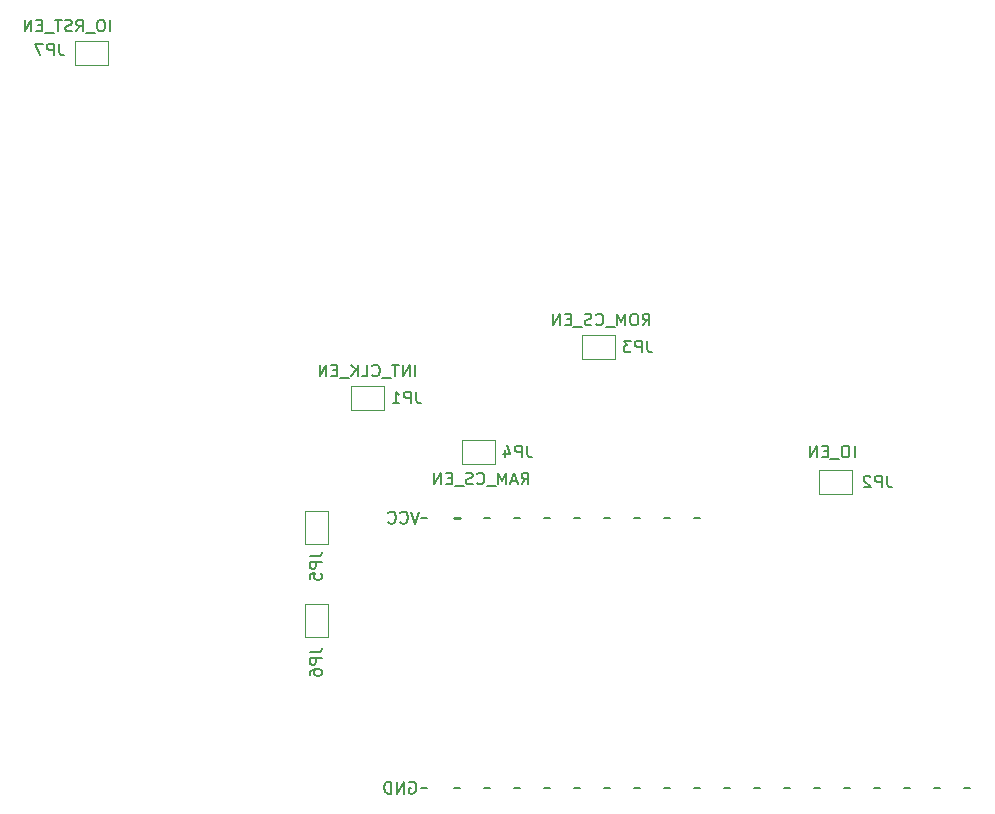
<source format=gbo>
G04 #@! TF.GenerationSoftware,KiCad,Pcbnew,(5.1.5)-3*
G04 #@! TF.CreationDate,2020-12-26T21:56:58-08:00*
G04 #@! TF.ProjectId,mgh80,6d676838-302e-46b6-9963-61645f706362,rev?*
G04 #@! TF.SameCoordinates,Original*
G04 #@! TF.FileFunction,Legend,Bot*
G04 #@! TF.FilePolarity,Positive*
%FSLAX46Y46*%
G04 Gerber Fmt 4.6, Leading zero omitted, Abs format (unit mm)*
G04 Created by KiCad (PCBNEW (5.1.5)-3) date 2020-12-26 21:56:58*
%MOMM*%
%LPD*%
G04 APERTURE LIST*
%ADD10C,0.200000*%
%ADD11C,0.177800*%
%ADD12C,0.228600*%
%ADD13C,0.150000*%
%ADD14C,0.120000*%
G04 APERTURE END LIST*
D10*
X150368000Y-114808000D02*
X149860000Y-114808000D01*
X147828000Y-114808000D02*
X147320000Y-114808000D01*
X145288000Y-114808000D02*
X144780000Y-114808000D01*
X142748000Y-114808000D02*
X142240000Y-114808000D01*
X140208000Y-114808000D02*
X139700000Y-114808000D01*
X137668000Y-114808000D02*
X137160000Y-114808000D01*
X135128000Y-114808000D02*
X134620000Y-114808000D01*
X132588000Y-114808000D02*
X132080000Y-114808000D01*
D11*
X126576666Y-114251619D02*
X126238000Y-115267619D01*
X125899333Y-114251619D01*
X124980095Y-115170857D02*
X125028476Y-115219238D01*
X125173619Y-115267619D01*
X125270380Y-115267619D01*
X125415523Y-115219238D01*
X125512285Y-115122476D01*
X125560666Y-115025714D01*
X125609047Y-114832190D01*
X125609047Y-114687047D01*
X125560666Y-114493523D01*
X125512285Y-114396761D01*
X125415523Y-114300000D01*
X125270380Y-114251619D01*
X125173619Y-114251619D01*
X125028476Y-114300000D01*
X124980095Y-114348380D01*
X123964095Y-115170857D02*
X124012476Y-115219238D01*
X124157619Y-115267619D01*
X124254380Y-115267619D01*
X124399523Y-115219238D01*
X124496285Y-115122476D01*
X124544666Y-115025714D01*
X124593047Y-114832190D01*
X124593047Y-114687047D01*
X124544666Y-114493523D01*
X124496285Y-114396761D01*
X124399523Y-114300000D01*
X124254380Y-114251619D01*
X124157619Y-114251619D01*
X124012476Y-114300000D01*
X123964095Y-114348380D01*
D12*
X130048000Y-114808000D02*
X129540000Y-114808000D01*
D10*
X127254000Y-114808000D02*
X126746000Y-114808000D01*
D11*
X125742095Y-137160000D02*
X125838857Y-137111619D01*
X125984000Y-137111619D01*
X126129142Y-137160000D01*
X126225904Y-137256761D01*
X126274285Y-137353523D01*
X126322666Y-137547047D01*
X126322666Y-137692190D01*
X126274285Y-137885714D01*
X126225904Y-137982476D01*
X126129142Y-138079238D01*
X125984000Y-138127619D01*
X125887238Y-138127619D01*
X125742095Y-138079238D01*
X125693714Y-138030857D01*
X125693714Y-137692190D01*
X125887238Y-137692190D01*
X125258285Y-138127619D02*
X125258285Y-137111619D01*
X124677714Y-138127619D01*
X124677714Y-137111619D01*
X124193904Y-138127619D02*
X124193904Y-137111619D01*
X123952000Y-137111619D01*
X123806857Y-137160000D01*
X123710095Y-137256761D01*
X123661714Y-137353523D01*
X123613333Y-137547047D01*
X123613333Y-137692190D01*
X123661714Y-137885714D01*
X123710095Y-137982476D01*
X123806857Y-138079238D01*
X123952000Y-138127619D01*
X124193904Y-138127619D01*
D10*
X130048000Y-137668000D02*
X129540000Y-137668000D01*
X168148000Y-137668000D02*
X167640000Y-137668000D01*
X147828000Y-137668000D02*
X147320000Y-137668000D01*
X165608000Y-137668000D02*
X165100000Y-137668000D01*
X152908000Y-137668000D02*
X152400000Y-137668000D01*
X160528000Y-137668000D02*
X160020000Y-137668000D01*
X145288000Y-137668000D02*
X144780000Y-137668000D01*
X140208000Y-137668000D02*
X139700000Y-137668000D01*
X173228000Y-137668000D02*
X172720000Y-137668000D01*
X163068000Y-137668000D02*
X162560000Y-137668000D01*
X170688000Y-137668000D02*
X170180000Y-137668000D01*
X150368000Y-137668000D02*
X149860000Y-137668000D01*
X142748000Y-137668000D02*
X142240000Y-137668000D01*
X135128000Y-137668000D02*
X134620000Y-137668000D01*
X157988000Y-137668000D02*
X157480000Y-137668000D01*
X155448000Y-137668000D02*
X154940000Y-137668000D01*
X137668000Y-137668000D02*
X137160000Y-137668000D01*
X132588000Y-137668000D02*
X132080000Y-137668000D01*
X127254000Y-137668000D02*
X126746000Y-137668000D01*
D13*
X135230761Y-111958380D02*
X135564095Y-111482190D01*
X135802190Y-111958380D02*
X135802190Y-110958380D01*
X135421238Y-110958380D01*
X135326000Y-111006000D01*
X135278380Y-111053619D01*
X135230761Y-111148857D01*
X135230761Y-111291714D01*
X135278380Y-111386952D01*
X135326000Y-111434571D01*
X135421238Y-111482190D01*
X135802190Y-111482190D01*
X134849809Y-111672666D02*
X134373619Y-111672666D01*
X134945047Y-111958380D02*
X134611714Y-110958380D01*
X134278380Y-111958380D01*
X133945047Y-111958380D02*
X133945047Y-110958380D01*
X133611714Y-111672666D01*
X133278380Y-110958380D01*
X133278380Y-111958380D01*
X133040285Y-112053619D02*
X132278380Y-112053619D01*
X131468857Y-111863142D02*
X131516476Y-111910761D01*
X131659333Y-111958380D01*
X131754571Y-111958380D01*
X131897428Y-111910761D01*
X131992666Y-111815523D01*
X132040285Y-111720285D01*
X132087904Y-111529809D01*
X132087904Y-111386952D01*
X132040285Y-111196476D01*
X131992666Y-111101238D01*
X131897428Y-111006000D01*
X131754571Y-110958380D01*
X131659333Y-110958380D01*
X131516476Y-111006000D01*
X131468857Y-111053619D01*
X131087904Y-111910761D02*
X130945047Y-111958380D01*
X130706952Y-111958380D01*
X130611714Y-111910761D01*
X130564095Y-111863142D01*
X130516476Y-111767904D01*
X130516476Y-111672666D01*
X130564095Y-111577428D01*
X130611714Y-111529809D01*
X130706952Y-111482190D01*
X130897428Y-111434571D01*
X130992666Y-111386952D01*
X131040285Y-111339333D01*
X131087904Y-111244095D01*
X131087904Y-111148857D01*
X131040285Y-111053619D01*
X130992666Y-111006000D01*
X130897428Y-110958380D01*
X130659333Y-110958380D01*
X130516476Y-111006000D01*
X130326000Y-112053619D02*
X129564095Y-112053619D01*
X129326000Y-111434571D02*
X128992666Y-111434571D01*
X128849809Y-111958380D02*
X129326000Y-111958380D01*
X129326000Y-110958380D01*
X128849809Y-110958380D01*
X128421238Y-111958380D02*
X128421238Y-110958380D01*
X127849809Y-111958380D01*
X127849809Y-110958380D01*
X145486000Y-98496380D02*
X145819333Y-98020190D01*
X146057428Y-98496380D02*
X146057428Y-97496380D01*
X145676476Y-97496380D01*
X145581238Y-97544000D01*
X145533619Y-97591619D01*
X145486000Y-97686857D01*
X145486000Y-97829714D01*
X145533619Y-97924952D01*
X145581238Y-97972571D01*
X145676476Y-98020190D01*
X146057428Y-98020190D01*
X144866952Y-97496380D02*
X144676476Y-97496380D01*
X144581238Y-97544000D01*
X144486000Y-97639238D01*
X144438380Y-97829714D01*
X144438380Y-98163047D01*
X144486000Y-98353523D01*
X144581238Y-98448761D01*
X144676476Y-98496380D01*
X144866952Y-98496380D01*
X144962190Y-98448761D01*
X145057428Y-98353523D01*
X145105047Y-98163047D01*
X145105047Y-97829714D01*
X145057428Y-97639238D01*
X144962190Y-97544000D01*
X144866952Y-97496380D01*
X144009809Y-98496380D02*
X144009809Y-97496380D01*
X143676476Y-98210666D01*
X143343142Y-97496380D01*
X143343142Y-98496380D01*
X143105047Y-98591619D02*
X142343142Y-98591619D01*
X141533619Y-98401142D02*
X141581238Y-98448761D01*
X141724095Y-98496380D01*
X141819333Y-98496380D01*
X141962190Y-98448761D01*
X142057428Y-98353523D01*
X142105047Y-98258285D01*
X142152666Y-98067809D01*
X142152666Y-97924952D01*
X142105047Y-97734476D01*
X142057428Y-97639238D01*
X141962190Y-97544000D01*
X141819333Y-97496380D01*
X141724095Y-97496380D01*
X141581238Y-97544000D01*
X141533619Y-97591619D01*
X141152666Y-98448761D02*
X141009809Y-98496380D01*
X140771714Y-98496380D01*
X140676476Y-98448761D01*
X140628857Y-98401142D01*
X140581238Y-98305904D01*
X140581238Y-98210666D01*
X140628857Y-98115428D01*
X140676476Y-98067809D01*
X140771714Y-98020190D01*
X140962190Y-97972571D01*
X141057428Y-97924952D01*
X141105047Y-97877333D01*
X141152666Y-97782095D01*
X141152666Y-97686857D01*
X141105047Y-97591619D01*
X141057428Y-97544000D01*
X140962190Y-97496380D01*
X140724095Y-97496380D01*
X140581238Y-97544000D01*
X140390761Y-98591619D02*
X139628857Y-98591619D01*
X139390761Y-97972571D02*
X139057428Y-97972571D01*
X138914571Y-98496380D02*
X139390761Y-98496380D01*
X139390761Y-97496380D01*
X138914571Y-97496380D01*
X138486000Y-98496380D02*
X138486000Y-97496380D01*
X137914571Y-98496380D01*
X137914571Y-97496380D01*
X126221619Y-102814380D02*
X126221619Y-101814380D01*
X125745428Y-102814380D02*
X125745428Y-101814380D01*
X125174000Y-102814380D01*
X125174000Y-101814380D01*
X124840666Y-101814380D02*
X124269238Y-101814380D01*
X124554952Y-102814380D02*
X124554952Y-101814380D01*
X124174000Y-102909619D02*
X123412095Y-102909619D01*
X122602571Y-102719142D02*
X122650190Y-102766761D01*
X122793047Y-102814380D01*
X122888285Y-102814380D01*
X123031142Y-102766761D01*
X123126380Y-102671523D01*
X123174000Y-102576285D01*
X123221619Y-102385809D01*
X123221619Y-102242952D01*
X123174000Y-102052476D01*
X123126380Y-101957238D01*
X123031142Y-101862000D01*
X122888285Y-101814380D01*
X122793047Y-101814380D01*
X122650190Y-101862000D01*
X122602571Y-101909619D01*
X121697809Y-102814380D02*
X122174000Y-102814380D01*
X122174000Y-101814380D01*
X121364476Y-102814380D02*
X121364476Y-101814380D01*
X120793047Y-102814380D02*
X121221619Y-102242952D01*
X120793047Y-101814380D02*
X121364476Y-102385809D01*
X120602571Y-102909619D02*
X119840666Y-102909619D01*
X119602571Y-102290571D02*
X119269238Y-102290571D01*
X119126380Y-102814380D02*
X119602571Y-102814380D01*
X119602571Y-101814380D01*
X119126380Y-101814380D01*
X118697809Y-102814380D02*
X118697809Y-101814380D01*
X118126380Y-102814380D01*
X118126380Y-101814380D01*
X163424952Y-109672380D02*
X163424952Y-108672380D01*
X162758285Y-108672380D02*
X162567809Y-108672380D01*
X162472571Y-108720000D01*
X162377333Y-108815238D01*
X162329714Y-109005714D01*
X162329714Y-109339047D01*
X162377333Y-109529523D01*
X162472571Y-109624761D01*
X162567809Y-109672380D01*
X162758285Y-109672380D01*
X162853523Y-109624761D01*
X162948761Y-109529523D01*
X162996380Y-109339047D01*
X162996380Y-109005714D01*
X162948761Y-108815238D01*
X162853523Y-108720000D01*
X162758285Y-108672380D01*
X162139238Y-109767619D02*
X161377333Y-109767619D01*
X161139238Y-109148571D02*
X160805904Y-109148571D01*
X160663047Y-109672380D02*
X161139238Y-109672380D01*
X161139238Y-108672380D01*
X160663047Y-108672380D01*
X160234476Y-109672380D02*
X160234476Y-108672380D01*
X159663047Y-109672380D01*
X159663047Y-108672380D01*
D14*
X100206000Y-74438000D02*
X97406000Y-74438000D01*
X97406000Y-74438000D02*
X97406000Y-76438000D01*
X97406000Y-76438000D02*
X100206000Y-76438000D01*
X100206000Y-76438000D02*
X100206000Y-74438000D01*
X118856000Y-116970000D02*
X118856000Y-114170000D01*
X118856000Y-114170000D02*
X116856000Y-114170000D01*
X116856000Y-114170000D02*
X116856000Y-116970000D01*
X116856000Y-116970000D02*
X118856000Y-116970000D01*
X118856000Y-124844000D02*
X118856000Y-122044000D01*
X118856000Y-122044000D02*
X116856000Y-122044000D01*
X116856000Y-122044000D02*
X116856000Y-124844000D01*
X116856000Y-124844000D02*
X118856000Y-124844000D01*
X123574000Y-105648000D02*
X123574000Y-103648000D01*
X120774000Y-105648000D02*
X123574000Y-105648000D01*
X120774000Y-103648000D02*
X120774000Y-105648000D01*
X123574000Y-103648000D02*
X120774000Y-103648000D01*
X163198000Y-110760000D02*
X160398000Y-110760000D01*
X160398000Y-110760000D02*
X160398000Y-112760000D01*
X160398000Y-112760000D02*
X163198000Y-112760000D01*
X163198000Y-112760000D02*
X163198000Y-110760000D01*
X140332000Y-99330000D02*
X140332000Y-101330000D01*
X143132000Y-99330000D02*
X140332000Y-99330000D01*
X143132000Y-101330000D02*
X143132000Y-99330000D01*
X140332000Y-101330000D02*
X143132000Y-101330000D01*
X130172000Y-110220000D02*
X132972000Y-110220000D01*
X132972000Y-110220000D02*
X132972000Y-108220000D01*
X132972000Y-108220000D02*
X130172000Y-108220000D01*
X130172000Y-108220000D02*
X130172000Y-110220000D01*
D13*
X96083333Y-74636380D02*
X96083333Y-75350666D01*
X96130952Y-75493523D01*
X96226190Y-75588761D01*
X96369047Y-75636380D01*
X96464285Y-75636380D01*
X95607142Y-75636380D02*
X95607142Y-74636380D01*
X95226190Y-74636380D01*
X95130952Y-74684000D01*
X95083333Y-74731619D01*
X95035714Y-74826857D01*
X95035714Y-74969714D01*
X95083333Y-75064952D01*
X95130952Y-75112571D01*
X95226190Y-75160190D01*
X95607142Y-75160190D01*
X94702380Y-74636380D02*
X94035714Y-74636380D01*
X94464285Y-75636380D01*
X100393047Y-73604380D02*
X100393047Y-72604380D01*
X99726380Y-72604380D02*
X99535904Y-72604380D01*
X99440666Y-72652000D01*
X99345428Y-72747238D01*
X99297809Y-72937714D01*
X99297809Y-73271047D01*
X99345428Y-73461523D01*
X99440666Y-73556761D01*
X99535904Y-73604380D01*
X99726380Y-73604380D01*
X99821619Y-73556761D01*
X99916857Y-73461523D01*
X99964476Y-73271047D01*
X99964476Y-72937714D01*
X99916857Y-72747238D01*
X99821619Y-72652000D01*
X99726380Y-72604380D01*
X99107333Y-73699619D02*
X98345428Y-73699619D01*
X97535904Y-73604380D02*
X97869238Y-73128190D01*
X98107333Y-73604380D02*
X98107333Y-72604380D01*
X97726380Y-72604380D01*
X97631142Y-72652000D01*
X97583523Y-72699619D01*
X97535904Y-72794857D01*
X97535904Y-72937714D01*
X97583523Y-73032952D01*
X97631142Y-73080571D01*
X97726380Y-73128190D01*
X98107333Y-73128190D01*
X97154952Y-73556761D02*
X97012095Y-73604380D01*
X96774000Y-73604380D01*
X96678761Y-73556761D01*
X96631142Y-73509142D01*
X96583523Y-73413904D01*
X96583523Y-73318666D01*
X96631142Y-73223428D01*
X96678761Y-73175809D01*
X96774000Y-73128190D01*
X96964476Y-73080571D01*
X97059714Y-73032952D01*
X97107333Y-72985333D01*
X97154952Y-72890095D01*
X97154952Y-72794857D01*
X97107333Y-72699619D01*
X97059714Y-72652000D01*
X96964476Y-72604380D01*
X96726380Y-72604380D01*
X96583523Y-72652000D01*
X96297809Y-72604380D02*
X95726380Y-72604380D01*
X96012095Y-73604380D02*
X96012095Y-72604380D01*
X95631142Y-73699619D02*
X94869238Y-73699619D01*
X94631142Y-73080571D02*
X94297809Y-73080571D01*
X94154952Y-73604380D02*
X94631142Y-73604380D01*
X94631142Y-72604380D01*
X94154952Y-72604380D01*
X93726380Y-73604380D02*
X93726380Y-72604380D01*
X93154952Y-73604380D01*
X93154952Y-72604380D01*
X117308380Y-118038666D02*
X118022666Y-118038666D01*
X118165523Y-117991047D01*
X118260761Y-117895809D01*
X118308380Y-117752952D01*
X118308380Y-117657714D01*
X118308380Y-118514857D02*
X117308380Y-118514857D01*
X117308380Y-118895809D01*
X117356000Y-118991047D01*
X117403619Y-119038666D01*
X117498857Y-119086285D01*
X117641714Y-119086285D01*
X117736952Y-119038666D01*
X117784571Y-118991047D01*
X117832190Y-118895809D01*
X117832190Y-118514857D01*
X117308380Y-119991047D02*
X117308380Y-119514857D01*
X117784571Y-119467238D01*
X117736952Y-119514857D01*
X117689333Y-119610095D01*
X117689333Y-119848190D01*
X117736952Y-119943428D01*
X117784571Y-119991047D01*
X117879809Y-120038666D01*
X118117904Y-120038666D01*
X118213142Y-119991047D01*
X118260761Y-119943428D01*
X118308380Y-119848190D01*
X118308380Y-119610095D01*
X118260761Y-119514857D01*
X118213142Y-119467238D01*
X117308380Y-126166666D02*
X118022666Y-126166666D01*
X118165523Y-126119047D01*
X118260761Y-126023809D01*
X118308380Y-125880952D01*
X118308380Y-125785714D01*
X118308380Y-126642857D02*
X117308380Y-126642857D01*
X117308380Y-127023809D01*
X117356000Y-127119047D01*
X117403619Y-127166666D01*
X117498857Y-127214285D01*
X117641714Y-127214285D01*
X117736952Y-127166666D01*
X117784571Y-127119047D01*
X117832190Y-127023809D01*
X117832190Y-126642857D01*
X117308380Y-128071428D02*
X117308380Y-127880952D01*
X117356000Y-127785714D01*
X117403619Y-127738095D01*
X117546476Y-127642857D01*
X117736952Y-127595238D01*
X118117904Y-127595238D01*
X118213142Y-127642857D01*
X118260761Y-127690476D01*
X118308380Y-127785714D01*
X118308380Y-127976190D01*
X118260761Y-128071428D01*
X118213142Y-128119047D01*
X118117904Y-128166666D01*
X117879809Y-128166666D01*
X117784571Y-128119047D01*
X117736952Y-128071428D01*
X117689333Y-127976190D01*
X117689333Y-127785714D01*
X117736952Y-127690476D01*
X117784571Y-127642857D01*
X117879809Y-127595238D01*
X126309333Y-104100380D02*
X126309333Y-104814666D01*
X126356952Y-104957523D01*
X126452190Y-105052761D01*
X126595047Y-105100380D01*
X126690285Y-105100380D01*
X125833142Y-105100380D02*
X125833142Y-104100380D01*
X125452190Y-104100380D01*
X125356952Y-104148000D01*
X125309333Y-104195619D01*
X125261714Y-104290857D01*
X125261714Y-104433714D01*
X125309333Y-104528952D01*
X125356952Y-104576571D01*
X125452190Y-104624190D01*
X125833142Y-104624190D01*
X124309333Y-105100380D02*
X124880761Y-105100380D01*
X124595047Y-105100380D02*
X124595047Y-104100380D01*
X124690285Y-104243238D01*
X124785523Y-104338476D01*
X124880761Y-104386095D01*
X166187333Y-111212380D02*
X166187333Y-111926666D01*
X166234952Y-112069523D01*
X166330190Y-112164761D01*
X166473047Y-112212380D01*
X166568285Y-112212380D01*
X165711142Y-112212380D02*
X165711142Y-111212380D01*
X165330190Y-111212380D01*
X165234952Y-111260000D01*
X165187333Y-111307619D01*
X165139714Y-111402857D01*
X165139714Y-111545714D01*
X165187333Y-111640952D01*
X165234952Y-111688571D01*
X165330190Y-111736190D01*
X165711142Y-111736190D01*
X164758761Y-111307619D02*
X164711142Y-111260000D01*
X164615904Y-111212380D01*
X164377809Y-111212380D01*
X164282571Y-111260000D01*
X164234952Y-111307619D01*
X164187333Y-111402857D01*
X164187333Y-111498095D01*
X164234952Y-111640952D01*
X164806380Y-112212380D01*
X164187333Y-112212380D01*
X145867333Y-99782380D02*
X145867333Y-100496666D01*
X145914952Y-100639523D01*
X146010190Y-100734761D01*
X146153047Y-100782380D01*
X146248285Y-100782380D01*
X145391142Y-100782380D02*
X145391142Y-99782380D01*
X145010190Y-99782380D01*
X144914952Y-99830000D01*
X144867333Y-99877619D01*
X144819714Y-99972857D01*
X144819714Y-100115714D01*
X144867333Y-100210952D01*
X144914952Y-100258571D01*
X145010190Y-100306190D01*
X145391142Y-100306190D01*
X144486380Y-99782380D02*
X143867333Y-99782380D01*
X144200666Y-100163333D01*
X144057809Y-100163333D01*
X143962571Y-100210952D01*
X143914952Y-100258571D01*
X143867333Y-100353809D01*
X143867333Y-100591904D01*
X143914952Y-100687142D01*
X143962571Y-100734761D01*
X144057809Y-100782380D01*
X144343523Y-100782380D01*
X144438761Y-100734761D01*
X144486380Y-100687142D01*
X135707333Y-108672380D02*
X135707333Y-109386666D01*
X135754952Y-109529523D01*
X135850190Y-109624761D01*
X135993047Y-109672380D01*
X136088285Y-109672380D01*
X135231142Y-109672380D02*
X135231142Y-108672380D01*
X134850190Y-108672380D01*
X134754952Y-108720000D01*
X134707333Y-108767619D01*
X134659714Y-108862857D01*
X134659714Y-109005714D01*
X134707333Y-109100952D01*
X134754952Y-109148571D01*
X134850190Y-109196190D01*
X135231142Y-109196190D01*
X133802571Y-109005714D02*
X133802571Y-109672380D01*
X134040666Y-108624761D02*
X134278761Y-109339047D01*
X133659714Y-109339047D01*
M02*

</source>
